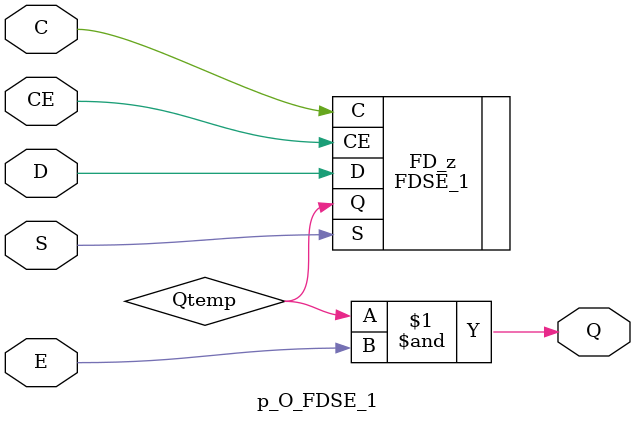
<source format=v>


module p_I_FD (Q,D,C,E);
parameter INIT=1'b0;

output Q;
input  D;
input  C;
input  E;
wire   Dtemp;

// Xilinx FD instance
defparam FD_z.INIT=INIT;
FD FD_z (.Q(Q),.D(Dtemp),.C(C));

// Error injection
and (Dtemp,D,E);

endmodule
/////////////////////////////////////////////////////////////////////////
// p_O_FD	 FD error at output
/////////////////////////////////////////////////////////////////////////
module p_O_FD (Q,D,C,E);

parameter INIT = 1'b0; 
output Q;
input  D;
input  C;
input  E;
wire   Qtemp;

// Xilinx FD instance
FD #(.INIT(INIT)) FD_z (.Q(Qtemp),.D(D),.C(C));

// Error injection
and (Q,Qtemp,E);

endmodule


/////////////////////////////////////////////////////////////////////////
// p_I_FD_1	 FD_1 error at input
/////////////////////////////////////////////////////////////////////////
module p_I_FD_1 (Q,D,C,E);

output Q;
input  D;
input  C;
input  E;
wire   Dtemp;

// Xilinx FD instance
FD_1 FD_z (.Q(Q),.D(Dtemp),.C(C));

// Error injection
and (Dtemp,D,E);

endmodule
/////////////////////////////////////////////////////////////////////////
// p_O_FD_1	 FD_1 error at output
/////////////////////////////////////////////////////////////////////////
module p_O_FD_1 (Q,D,C,E);

output Q;
input  D;
input  C;
input  E;
wire   Qtemp;

// Xilinx FD instance
FD_1 FD_z (.Q(Qtemp),.D(D),.C(C));

// Error injection
and (Q,Qtemp,E);

endmodule

/////////////////////////////////////////////////////////////////////////
// p_I_FDC	 FDC error at input
/////////////////////////////////////////////////////////////////////////
module p_I_FDC (Q,D,C,CLR,E);

output Q;
input  D;
input  C;
input  E;
input CLR;
wire   Dtemp;

// Xilinx FD instance
FDC FD_z (.Q(Q),.D(Dtemp),.C(C),.CLR(CLR));

// Error injection
and (Dtemp,D,E);

endmodule
/////////////////////////////////////////////////////////////////////////
// p_O_FDC	 FDC error at output
/////////////////////////////////////////////////////////////////////////
module p_O_FDC (Q,D,C,CLR,E);

output Q;
input  D;
input  C;
input  E;
input CLR;
wire   Qtemp;

// Xilinx FD instance
FDC FD_z (.Q(Qtemp),.D(D),.C(C),.CLR(CLR));

// Error injection
and (Q,Qtemp,E);

endmodule

/////////////////////////////////////////////////////////////////////////
// p_I_FDC_1	 FDC_1 error at input
/////////////////////////////////////////////////////////////////////////
module p_I_FDC_1 (Q,D,C,CLR,E);

output Q;
input  D;
input  C;
input  E;
input CLR;
wire   Dtemp;

// Xilinx FD instance
FDC_1 FD_z (.Q(Q),.D(Dtemp),.C(C),.CLR(CLR));

// Error injection
and (Dtemp,D,E);

endmodule
/////////////////////////////////////////////////////////////////////////
// p_O_FDC_1	 FDC_1 error at output
/////////////////////////////////////////////////////////////////////////
module p_O_FDC_1 (Q,D,C,CLR,E);

output Q;
input  D;
input  C;
input  E;
input CLR;
wire   Qtemp;

// Xilinx FD instance
FDC_1 FD_z (.Q(Qtemp),.D(D),.C(C),.CLR(CLR));

// Error injection
and (Q,Qtemp,E);

endmodule

/////////////////////////////////////////////////////////////////////////
// p_I_FDCE	 FDCE error at input
/////////////////////////////////////////////////////////////////////////
module p_I_FDCE (Q,D,C,CLR,CE,E);

output Q;
input  D;
input  C;
input  E;
input CLR;
input CE;
wire   Dtemp;

// Xilinx FD instance
FDCE FD_z (.Q(Q),.D(Dtemp),.C(C),.CLR(CLR),.CE(CE));

// Error injection
and (Dtemp,D,E);

endmodule
/////////////////////////////////////////////////////////////////////////
// p_O_FDCE	 FDCE error at output
/////////////////////////////////////////////////////////////////////////
module p_O_FDCE (Q,D,C,CLR,CE,E);

output Q;
input  D;
input  C;
input  E;
input CLR;
input CE;
wire   Qtemp;

// Xilinx FD instance
FDCE FD_z (.Q(Qtemp),.D(D),.C(C),.CLR(CLR),.CE(CE));

// Error injection
and (Q,Qtemp,E);

endmodule

/////////////////////////////////////////////////////////////////////////
// p_I_FDCE_1	 FDCE error at input
/////////////////////////////////////////////////////////////////////////
module p_I_FDCE_1 (Q,D,C,CLR,CE,E);

output Q;
input  D;
input  C;
input  E;
input CLR;
input CE;
wire   Dtemp;

// Xilinx FD instance
FDCE_1 FD_z (.Q(Q),.D(Dtemp),.C(C),.CLR(CLR),.CE(CE));

// Error injection
and (Dtemp,D,E);

endmodule
/////////////////////////////////////////////////////////////////////////
// p_O_FDCE_1	 FDCE_1 error at output
/////////////////////////////////////////////////////////////////////////
module p_O_FDCE_1 (Q,D,C,CLR,CE,E);

output Q;
input  D;
input  C;
input  E;
input CLR;
input CE;
wire   Qtemp;

// Xilinx FD instance
FDCE_1 FD_z (.Q(Qtemp),.D(D),.C(C),.CLR(CLR),.CE(CE));

// Error injection
and (Q,Qtemp,E);

endmodule


/////////////////////////////////////////////////////////////////////////
// p_I_FDCP	 FDCP error at input
/////////////////////////////////////////////////////////////////////////
module p_I_FDCP (Q,D,C,CLR,PRE,E);

output Q;
input  D;
input  C;
input  E;
input CLR;
input PRE;
wire   Dtemp;

// Xilinx FD instance
FDCP FD_z (.Q(Q),.D(Dtemp),.C(C),.CLR(CLR),.PRE(PRE));

// Error injection
and (Dtemp,D,E);

endmodule
/////////////////////////////////////////////////////////////////////////
// p_O_FDCP	 FDCP error at output
/////////////////////////////////////////////////////////////////////////
module p_O_FDCP (Q,D,C,CLR,PRE,E);

output Q;
input  D;
input  C;
input  E;
input CLR;
input PRE;
wire   Qtemp;

// Xilinx FD instance
FDCP FD_z (.Q(Qtemp),.D(D),.C(C),.CLR(CLR),.PRE(PRE));

// Error injection
and (Q,Qtemp,E);

endmodule


/////////////////////////////////////////////////////////////////////////
// p_I_FDCP_1	 FDCP_1 error at input
/////////////////////////////////////////////////////////////////////////
module p_I_FDCP_1 (Q,D,C,CLR,PRE,E);

output Q;
input  D;
input  C;
input  E;
input CLR;
input PRE;
wire   Dtemp;

// Xilinx FD instance
FDCP_1 FD_z (.Q(Q),.D(Dtemp),.C(C),.CLR(CLR),.PRE(PRE));

// Error injection
and (Dtemp,D,E);

endmodule
/////////////////////////////////////////////////////////////////////////
// p_O_FDCP_1	 FDCP_1 error at output
/////////////////////////////////////////////////////////////////////////
module p_O_FDCP_1 (Q,D,C,CLR,PRE,E);

output Q;
input  D;
input  C;
input  E;
input CLR;
input PRE;
wire   Qtemp;

// Xilinx FD instance
FDCP_1 FD_z (.Q(Qtemp),.D(D),.C(C),.CLR(CLR),.PRE(PRE));

// Error injection
and (Q,Qtemp,E);

endmodule


/////////////////////////////////////////////////////////////////////////
// p_I_FDCPE	 FDCPE error at input
/////////////////////////////////////////////////////////////////////////
module p_I_FDCPE (Q,D,C,CLR,PRE,CE,E);

output Q;
input  D;
input  C;
input  E;
input CLR;
input PRE;
input CE;
wire   Dtemp;

// Xilinx FD instance
FDCPE FD_z (.Q(Q),.D(Dtemp),.C(C),.CLR(CLR),.PRE(PRE),.CE(CE));

// Error injection
and (Dtemp,D,E);

endmodule
/////////////////////////////////////////////////////////////////////////
// p_O_FDCPE	 FDCPE error at output
/////////////////////////////////////////////////////////////////////////
module p_O_FDCPE (Q,D,C,CLR,PRE,CE,E);

output Q;
input  D;
input  C;
input  E;
input CLR;
input PRE;
input CE;
wire   Qtemp;

// Xilinx FD instance
FDCPE FD_z (.Q(Qtemp),.D(D),.C(C),.CLR(CLR),.PRE(PRE),.CE(CE));

// Error injection
and (Q,Qtemp,E);

endmodule

/////////////////////////////////////////////////////////////////////////
// p_I_FDCPE_1	 FDCPE_1 error at input
/////////////////////////////////////////////////////////////////////////
module p_I_FDCPE_1 (Q,D,C,CLR,PRE,CE,E);

output Q;
input  D;
input  C;
input  E;
input CLR;
input PRE;
input CE;
wire   Dtemp;

// Xilinx FD instance
FDCPE_1 FD_z (.Q(Q),.D(Dtemp),.C(C),.CLR(CLR),.PRE(PRE),.CE(CE));

// Error injection
and (Dtemp,D,E);

endmodule
/////////////////////////////////////////////////////////////////////////
// p_O_FDCPE_1	 FDCPE_1 error at output
/////////////////////////////////////////////////////////////////////////
module p_O_FDCPE_1 (Q,D,C,CLR,PRE,CE,E);

output Q;
input  D;
input  C;
input  E;
input CLR;
input PRE;
input CE;
wire   Qtemp;

// Xilinx FD instance
FDCPE_1 FD_z (.Q(Qtemp),.D(D),.C(C),.CLR(CLR),.PRE(PRE),.CE(CE));

// Error injection
and (Q,Qtemp,E);

endmodule


/////////////////////////////////////////////////////////////////////////
// p_I_FDE	 FDE error at input
/////////////////////////////////////////////////////////////////////////
module p_I_FDE (Q,D,C,CE,E);

output Q;
input  D;
input  C;
input  E;
input CE;
wire   Dtemp;

// Xilinx FD instance
FDE FD_z (.Q(Q),.D(Dtemp),.C(C),.CE(CE));

// Error injection
and (Dtemp,D,E);

endmodule
/////////////////////////////////////////////////////////////////////////
// p_O_FDE	 FDE error at output
/////////////////////////////////////////////////////////////////////////
module p_O_FDE (Q,D,C,CE,E);

output Q;
input  D;
input  C;
input  E;
input CE;
wire   Qtemp;

// Xilinx FD instance
FDE FD_z (.Q(Qtemp),.D(D),.C(C),.CE(CE));

// Error injection
and (Q,Qtemp,E);

endmodule


/////////////////////////////////////////////////////////////////////////
// p_I_FDE_1	 FDE_1 error at input
/////////////////////////////////////////////////////////////////////////
module p_I_FDE_1 (Q,D,C,CE,E);

output Q;
input  D;
input  C;
input  E;
input CE;
wire   Dtemp;

// Xilinx FD instance
FDE_1 FD_z (.Q(Q),.D(Dtemp),.C(C),.CE(CE));

// Error injection
and (Dtemp,D,E);

endmodule
/////////////////////////////////////////////////////////////////////////
// p_O_FDE_1	 FDE_1 error at output
/////////////////////////////////////////////////////////////////////////
module p_O_FDE_1 (Q,D,C,CE,E);

output Q;
input  D;
input  C;
input  E;
input CE;
wire   Qtemp;

// Xilinx FD instance
FDE_1 FD_z (.Q(Qtemp),.D(D),.C(C),.CE(CE));

// Error injection
and (Q,Qtemp,E);

endmodule


/////////////////////////////////////////////////////////////////////////
// p_I_FDP	 FDP error at input
/////////////////////////////////////////////////////////////////////////
module p_I_FDP (Q,D,C,PRE,E);

output Q;
input  D;
input  C;
input  E;
input PRE;
wire   Dtemp;

// Xilinx FD instance
FDP FD_z (.Q(Q),.D(Dtemp),.C(C),.PRE(PRE));

// Error injection
and (Dtemp,D,E);

endmodule
/////////////////////////////////////////////////////////////////////////
// p_O_FDP	 FDP error at output
/////////////////////////////////////////////////////////////////////////
module p_O_FDP (Q,D,C,PRE,E);

output Q;
input  D;
input  C;
input  E;
input PRE;
wire   Qtemp;

// Xilinx FD instance
FDP FD_z (.Q(Qtemp),.D(D),.C(C),.PRE(PRE));

// Error injection
and (Q,Qtemp,E);

endmodule


/////////////////////////////////////////////////////////////////////////
// p_I_FDP_1	 FDP_1 error at input
/////////////////////////////////////////////////////////////////////////
module p_I_FDP_1 (Q,D,C,PRE,E);

output Q;
input  D;
input  C;
input  E;
input PRE;
wire   Dtemp;

// Xilinx FD instance
FDP_1 FD_z (.Q(Q),.D(Dtemp),.C(C),.PRE(PRE));

// Error injection
and (Dtemp,D,E);

endmodule
/////////////////////////////////////////////////////////////////////////
// p_O_FDP_1	 FDP_1 error at output
/////////////////////////////////////////////////////////////////////////
module p_O_FDP_1 (Q,D,C,PRE,E);

output Q;
input  D;
input  C;
input  E;
input PRE;
wire   Qtemp;

// Xilinx FD instance
FDP_1 FD_z (.Q(Qtemp),.D(D),.C(C),.PRE(PRE));

// Error injection
and (Q,Qtemp,E);

endmodule


/////////////////////////////////////////////////////////////////////////
// p_I_FDPE	 FDPE error at input
/////////////////////////////////////////////////////////////////////////
module p_I_FDPE (Q,D,C,PRE,CE,E);

output Q;
input  D;
input  C;
input  E;
input PRE;
input CE;
wire   Dtemp;

// Xilinx FD instance
FDPE FD_z (.Q(Q),.D(Dtemp),.C(C),.PRE(PRE),.CE(CE));

// Error injection
and (Dtemp,D,E);

endmodule
/////////////////////////////////////////////////////////////////////////
// p_O_FDPE	 FDPE error at output
/////////////////////////////////////////////////////////////////////////
module p_O_FDPE (Q,D,C,PRE,CE,E);

output Q;
input  D;
input  C;
input  E;
input PRE;
input CE;
wire   Qtemp;

// Xilinx FD instance
FDPE FD_z (.Q(Qtemp),.D(D),.C(C),.PRE(PRE),.CE(CE));

// Error injection
and (Q,Qtemp,E);

endmodule


/////////////////////////////////////////////////////////////////////////
// p_I_FDPE_1	 FDPE_1 error at input
/////////////////////////////////////////////////////////////////////////
module p_I_FDPE_1 (Q,D,C,PRE,CE,E);

output Q;
input  D;
input  C;
input  E;
input PRE;
input CE;
wire   Dtemp;

// Xilinx FD instance
FDPE_1 FD_z (.Q(Q),.D(Dtemp),.C(C),.PRE(PRE),.CE(CE));

// Error injection
and (Dtemp,D,E);

endmodule
/////////////////////////////////////////////////////////////////////////
// p_O_FDPE_1	 FDPE_1 error at output
/////////////////////////////////////////////////////////////////////////
module p_O_FDPE_1 (Q,D,C,PRE,CE,E);

output Q;
input  D;
input  C;
input  E;
input PRE;
input CE;
wire   Qtemp;

// Xilinx FD instance
FDPE_1 FD_z (.Q(Qtemp),.D(D),.C(C),.PRE(PRE),.CE(CE));

// Error injection
and (Q,Qtemp,E);

endmodule


/////////////////////////////////////////////////////////////////////////
// p_I_FDR	 FDR error at input
/////////////////////////////////////////////////////////////////////////
module p_I_FDR (Q,D,C,R,E);

output Q;
input  D;
input  C;
input  E;
input R;
wire   Dtemp;

// Xilinx FD instance
FDR FD_z (.Q(Q),.D(Dtemp),.C(C),.R(R));

// Error injection
and (Dtemp,D,E);

endmodule
/////////////////////////////////////////////////////////////////////////
// p_O_FDR	 FDR error at output
/////////////////////////////////////////////////////////////////////////
module p_O_FDR (Q,D,C,R,E);
parameter INIT=1'b0;
output Q;
input  D;
input  C;
input  E;
input R;
wire   Qtemp;
defparam FD_z.INIT=INIT;
// Xilinx FD instance
FDR FD_z (.Q(Qtemp),.D(D),.C(C),.R(R));

// Error injection
and (Q,Qtemp,E);

endmodule


/////////////////////////////////////////////////////////////////////////
// p_I_FDR_1	 FDR_1 error at input
/////////////////////////////////////////////////////////////////////////
module p_I_FDR_1 (Q,D,C,R,E);

output Q;
input  D;
input  C;
input  E;
input R;
wire   Dtemp;

// Xilinx FD instance
FDR_1 FD_z (.Q(Q),.D(Dtemp),.C(C),.R(R));

// Error injection
and (Dtemp,D,E);

endmodule
/////////////////////////////////////////////////////////////////////////
// p_O_FDR_1	 FDR_1 error at output
/////////////////////////////////////////////////////////////////////////
module p_O_FDR_1 (Q,D,C,R,E);

output Q;
input  D;
input  C;
input  E;
input R;
wire   Qtemp;

// Xilinx FD instance
FDR_1 FD_z (.Q(Qtemp),.D(D),.C(C),.R(R));

// Error injection
and (Q,Qtemp,E);

endmodule

/////////////////////////////////////////////////////////////////////////
// p_I_FDRE	 FDRE error at input
/////////////////////////////////////////////////////////////////////////
module p_I_FDRE (Q,D,C,R,CE,E);

output Q;
input  D;
input  C;
input  E;
input R;
input CE;
wire   Dtemp;

// Xilinx FD instance
FDRE FD_z (.Q(Q),.D(Dtemp),.C(C),.R(R),.CE(CE));

// Error injection
and (Dtemp,D,E);

endmodule
/////////////////////////////////////////////////////////////////////////
// p_O_FDRE	 FDRE error at output
/////////////////////////////////////////////////////////////////////////
module p_O_FDRE (Q,D,C,R,CE,E);
parameter INIT=1'b0;
output Q;
input  D;
input  C;
input  E;
input R;
input CE;
wire   Qtemp;

// Xilinx FD instance
FDRE #(.INIT(INIT)) FD_z (.Q(Qtemp),.D(D),.C(C),.R(R),.CE(CE));

// Error injection
and (Q,Qtemp,E);

endmodule


/////////////////////////////////////////////////////////////////////////
// p_I_FDRE_1	 FDRE_1 error at input
/////////////////////////////////////////////////////////////////////////
module p_I_FDRE_1 (Q,D,C,R,CE,E);

output Q;
input  D;
input  C;
input  E;
input R;
input CE;
wire   Dtemp;

// Xilinx FD instance
FDRE_1 FD_z (.Q(Q),.D(Dtemp),.C(C),.R(R),.CE(CE));

// Error injection
and (Dtemp,D,E);

endmodule
/////////////////////////////////////////////////////////////////////////
// p_O_FDRE_1	 FDRE_1 error at output
/////////////////////////////////////////////////////////////////////////
module p_O_FDRE_1 (Q,D,C,R,CE,E);

output Q;
input  D;
input  C;
input  E;
input R;
input CE;
wire   Qtemp;

// Xilinx FD instance
FDRE_1 FD_z (.Q(Qtemp),.D(D),.C(C),.R(R),.CE(CE));

// Error injection
and (Q,Qtemp,E);

endmodule


/////////////////////////////////////////////////////////////////////////
// p_I_FDRS	 FDRS error at input
/////////////////////////////////////////////////////////////////////////
module p_I_FDRS (Q,D,C,R,S,E);

output Q;
input  D;
input  C;
input  E;
input R;
input S;
wire   Dtemp;

// Xilinx FD instance
FDRS FD_z (.Q(Q),.D(Dtemp),.C(C),.R(R),.S(S));

// Error injection
and (Dtemp,D,E);

endmodule
/////////////////////////////////////////////////////////////////////////
// p_O_FDRS	 FDRS error at output
/////////////////////////////////////////////////////////////////////////
module p_O_FDRS (Q,D,C,R,S,E);

output Q;
input  D;
input  C;
input  E;
input R;
input S;
wire   Qtemp;

// Xilinx FD instance
FDRS FD_z (.Q(Qtemp),.D(D),.C(C),.R(R),.S(S));

// Error injection
and (Q,Qtemp,E);

endmodule


/////////////////////////////////////////////////////////////////////////
// p_I_FDRS_1	 FDRS_1 error at input
/////////////////////////////////////////////////////////////////////////
module p_I_FDRS_1 (Q,D,C,R,S,E);

output Q;
input  D;
input  C;
input  E;
input R;
input S;
wire   Dtemp;

// Xilinx FD instance
FDRS_1 FD_z (.Q(Q),.D(Dtemp),.C(C),.R(R),.S(S));

// Error injection
and (Dtemp,D,E);

endmodule
/////////////////////////////////////////////////////////////////////////
// p_O_FDRS_1	 FDRS_1 error at output
/////////////////////////////////////////////////////////////////////////
module p_O_FDRS_1 (Q,D,C,R,S,E);

output Q;
input  D;
input  C;
input  E;
input R;
input S;
wire   Qtemp;

// Xilinx FD instance
FDRS_1 FD_z (.Q(Qtemp),.D(D),.C(C),.R(R),.S(S));

// Error injection
and (Q,Qtemp,E);

endmodule




/////////////////////////////////////////////////////////////////////////
// p_I_FDRSE	 FDRS error at input
/////////////////////////////////////////////////////////////////////////
module p_I_FDRSE (Q,D,C,R,S,CE,E);

output Q;
input  D;
input  C;
input  E;
input R;
input S;
input CE;
wire   Dtemp;

// Xilinx FD instance
FDRSE FD_z (.Q(Q),.D(Dtemp),.C(C),.R(R),.S(S),.CE(CE));

// Error injection
and (Dtemp,D,E);

endmodule
/////////////////////////////////////////////////////////////////////////
// p_O_FDRSE	 FDRSE error at output
/////////////////////////////////////////////////////////////////////////
module p_O_FDRSE (Q,D,C,R,S,CE,E);

output Q;
input  D;
input  C;
input  E;
input R;
input S;
input CE;
wire   Qtemp;

// Xilinx FD instance
FDRSE FD_z (.Q(Qtemp),.D(D),.C(C),.R(R),.S(S),.CE(CE));

// Error injection
and (Q,Qtemp,E);

endmodule


/////////////////////////////////////////////////////////////////////////
// p_I_FDRSE_1	 FDRSE_1 error at input
/////////////////////////////////////////////////////////////////////////
module p_I_FDRSE_1 (Q,D,C,R,S,CE,E);

output Q;
input  D;
input  C;
input  E;
input R;
input S;
input CE;
wire   Dtemp;

// Xilinx FD instance
FDRSE_1 FD_z (.Q(Q),.D(Dtemp),.C(C),.R(R),.S(S),.CE(CE));

// Error injection
and (Dtemp,D,E);

endmodule
/////////////////////////////////////////////////////////////////////////
// p_O_FDRSE_1	 FDRSE_1 error at output
/////////////////////////////////////////////////////////////////////////
module p_O_FDRSE_1 (Q,D,C,R,S,CE,E);

output Q;
input  D;
input  C;
input  E;
input R;
input S;
input CE;
wire   Qtemp;

// Xilinx FD instance
FDRSE_1 FD_z (.Q(Qtemp),.D(D),.C(C),.R(R),.S(S),.CE(CE));

// Error injection
and (Q,Qtemp,E);

endmodule


/////////////////////////////////////////////////////////////////////////
// p_I_FDS	 FDS error at input
/////////////////////////////////////////////////////////////////////////
module p_I_FDS (Q,D,C,S,E);

output Q;
input  D;
input  C;
input  E;
input S;
wire   Dtemp;

// Xilinx FD instance
FDS FD_z (.Q(Q),.D(Dtemp),.C(C),.S(S));

// Error injection
and (Dtemp,D,E);

endmodule
/////////////////////////////////////////////////////////////////////////
// p_O_FDS	 FDS error at output
/////////////////////////////////////////////////////////////////////////
module p_O_FDS (Q,D,C,S,E);

output Q;
input  D;
input  C;
input  E;
input S;
wire   Qtemp;

// Xilinx FD instance
FDS FD_z (.Q(Qtemp),.D(D),.C(C),.S(S));

// Error injection
and (Q,Qtemp,E);

endmodule


/////////////////////////////////////////////////////////////////////////
// p_I_FDS_1	 FDS_1 error at input
/////////////////////////////////////////////////////////////////////////
module p_I_FDS_1 (Q,D,C,S,E);

output Q;
input  D;
input  C;
input  E;
input S;
wire   Dtemp;

// Xilinx FD instance
FDS_1 FD_z (.Q(Q),.D(Dtemp),.C(C),.S(S));

// Error injection
and (Dtemp,D,E);

endmodule
/////////////////////////////////////////////////////////////////////////
// p_O_FDS_1	 FDS_1 error at output
/////////////////////////////////////////////////////////////////////////
module p_O_FDS_1 (Q,D,C,S,E);

output Q;
input  D;
input  C;
input  E;
input S;
wire   Qtemp;

// Xilinx FD instance
FDS_1 FD_z (.Q(Qtemp),.D(D),.C(C),.S(S));

// Error injection
and (Q,Qtemp,E);

endmodule



/////////////////////////////////////////////////////////////////////////
// p_I_FDSE	 FDSE error at input
/////////////////////////////////////////////////////////////////////////
module p_I_FDSE (Q,D,C,S,CE,E);

output Q;
input  D;
input  C;
input  E;
input S;
input CE;
wire   Dtemp;

// Xilinx FD instance
FDSE FD_z (.Q(Q),.D(Dtemp),.C(C),.S(S),.CE(CE));

// Error injection
and (Dtemp,D,E);

endmodule
/////////////////////////////////////////////////////////////////////////
// p_O_FDSE	 FDSE error at output
/////////////////////////////////////////////////////////////////////////
module p_O_FDSE (Q,D,C,S,CE,E);

output Q;
input  D;
input  C;
input  E;
input S;
input CE;
wire   Qtemp;

// Xilinx FD instance
FDSE FD_z (.Q(Qtemp),.D(D),.C(C),.S(S),.CE(CE));

// Error injection
and (Q,Qtemp,E);

endmodule


/////////////////////////////////////////////////////////////////////////
// p_I_FDSE_1	 FDSE_1 error at input
/////////////////////////////////////////////////////////////////////////
module p_I_FDSE_1 (Q,D,C,S,CE,E);

output Q;
input  D;
input  C;
input  E;
input S;
input CE;
wire   Dtemp;

// Xilinx FD instance
FDSE_1 FD_z (.Q(Q),.D(Dtemp),.C(C),.S(S),.CE(CE));

// Error injection
and (Dtemp,D,E);

endmodule
/////////////////////////////////////////////////////////////////////////
// p_O_FDSE_1	 FDSE_1 error at output
/////////////////////////////////////////////////////////////////////////
module p_O_FDSE_1 (Q,D,C,S,CE,E);

output Q;
input  D;
input  C;
input  E;
input S;
input CE;
wire   Qtemp;

// Xilinx FD instance
FDSE_1 FD_z (.Q(Qtemp),.D(D),.C(C),.S(S),.CE(CE));

// Error injection
and (Q,Qtemp,E);

endmodule

</source>
